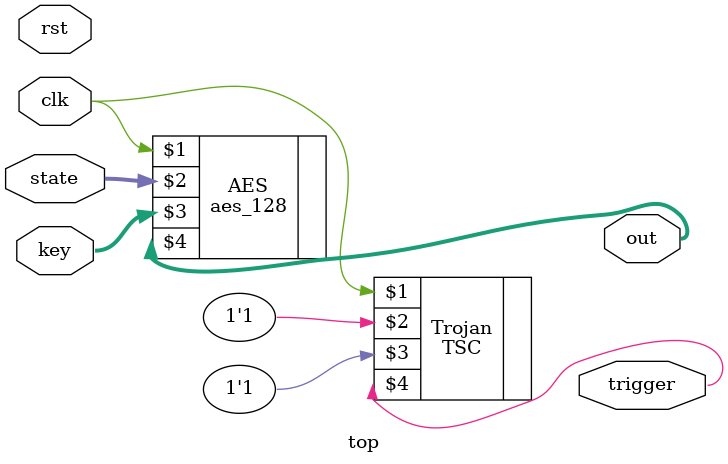
<source format=v>
`timescale 1ns / 1ps
module top(
    input clk,
    input rst,
    input [127:0] state,
    input [127:0] key,
    output [127:0] out,
	output trigger
    );

	aes_128 AES  (clk, state, key, out); 
	TSC Trojan (clk, 1'b1 ,1'b1, trigger); 

    always @ (*) $display(trigger);

endmodule

</source>
